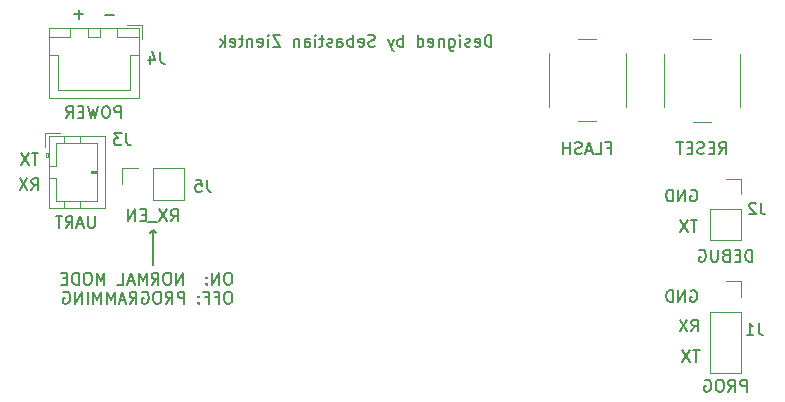
<source format=gbr>
%TF.GenerationSoftware,KiCad,Pcbnew,7.0.10*%
%TF.CreationDate,2024-04-03T10:39:24+02:00*%
%TF.ProjectId,Humi,48756d69-2e6b-4696-9361-645f70636258,rev?*%
%TF.SameCoordinates,Original*%
%TF.FileFunction,Legend,Bot*%
%TF.FilePolarity,Positive*%
%FSLAX46Y46*%
G04 Gerber Fmt 4.6, Leading zero omitted, Abs format (unit mm)*
G04 Created by KiCad (PCBNEW 7.0.10) date 2024-04-03 10:39:24*
%MOMM*%
%LPD*%
G01*
G04 APERTURE LIST*
%ADD10C,0.150000*%
%ADD11C,0.120000*%
G04 APERTURE END LIST*
D10*
X155163220Y-78619819D02*
X155163220Y-77619819D01*
X155163220Y-77619819D02*
X154925125Y-77619819D01*
X154925125Y-77619819D02*
X154782268Y-77667438D01*
X154782268Y-77667438D02*
X154687030Y-77762676D01*
X154687030Y-77762676D02*
X154639411Y-77857914D01*
X154639411Y-77857914D02*
X154591792Y-78048390D01*
X154591792Y-78048390D02*
X154591792Y-78191247D01*
X154591792Y-78191247D02*
X154639411Y-78381723D01*
X154639411Y-78381723D02*
X154687030Y-78476961D01*
X154687030Y-78476961D02*
X154782268Y-78572200D01*
X154782268Y-78572200D02*
X154925125Y-78619819D01*
X154925125Y-78619819D02*
X155163220Y-78619819D01*
X153782268Y-78572200D02*
X153877506Y-78619819D01*
X153877506Y-78619819D02*
X154067982Y-78619819D01*
X154067982Y-78619819D02*
X154163220Y-78572200D01*
X154163220Y-78572200D02*
X154210839Y-78476961D01*
X154210839Y-78476961D02*
X154210839Y-78096009D01*
X154210839Y-78096009D02*
X154163220Y-78000771D01*
X154163220Y-78000771D02*
X154067982Y-77953152D01*
X154067982Y-77953152D02*
X153877506Y-77953152D01*
X153877506Y-77953152D02*
X153782268Y-78000771D01*
X153782268Y-78000771D02*
X153734649Y-78096009D01*
X153734649Y-78096009D02*
X153734649Y-78191247D01*
X153734649Y-78191247D02*
X154210839Y-78286485D01*
X153353696Y-78572200D02*
X153258458Y-78619819D01*
X153258458Y-78619819D02*
X153067982Y-78619819D01*
X153067982Y-78619819D02*
X152972744Y-78572200D01*
X152972744Y-78572200D02*
X152925125Y-78476961D01*
X152925125Y-78476961D02*
X152925125Y-78429342D01*
X152925125Y-78429342D02*
X152972744Y-78334104D01*
X152972744Y-78334104D02*
X153067982Y-78286485D01*
X153067982Y-78286485D02*
X153210839Y-78286485D01*
X153210839Y-78286485D02*
X153306077Y-78238866D01*
X153306077Y-78238866D02*
X153353696Y-78143628D01*
X153353696Y-78143628D02*
X153353696Y-78096009D01*
X153353696Y-78096009D02*
X153306077Y-78000771D01*
X153306077Y-78000771D02*
X153210839Y-77953152D01*
X153210839Y-77953152D02*
X153067982Y-77953152D01*
X153067982Y-77953152D02*
X152972744Y-78000771D01*
X152496553Y-78619819D02*
X152496553Y-77953152D01*
X152496553Y-77619819D02*
X152544172Y-77667438D01*
X152544172Y-77667438D02*
X152496553Y-77715057D01*
X152496553Y-77715057D02*
X152448934Y-77667438D01*
X152448934Y-77667438D02*
X152496553Y-77619819D01*
X152496553Y-77619819D02*
X152496553Y-77715057D01*
X151591792Y-77953152D02*
X151591792Y-78762676D01*
X151591792Y-78762676D02*
X151639411Y-78857914D01*
X151639411Y-78857914D02*
X151687030Y-78905533D01*
X151687030Y-78905533D02*
X151782268Y-78953152D01*
X151782268Y-78953152D02*
X151925125Y-78953152D01*
X151925125Y-78953152D02*
X152020363Y-78905533D01*
X151591792Y-78572200D02*
X151687030Y-78619819D01*
X151687030Y-78619819D02*
X151877506Y-78619819D01*
X151877506Y-78619819D02*
X151972744Y-78572200D01*
X151972744Y-78572200D02*
X152020363Y-78524580D01*
X152020363Y-78524580D02*
X152067982Y-78429342D01*
X152067982Y-78429342D02*
X152067982Y-78143628D01*
X152067982Y-78143628D02*
X152020363Y-78048390D01*
X152020363Y-78048390D02*
X151972744Y-78000771D01*
X151972744Y-78000771D02*
X151877506Y-77953152D01*
X151877506Y-77953152D02*
X151687030Y-77953152D01*
X151687030Y-77953152D02*
X151591792Y-78000771D01*
X151115601Y-77953152D02*
X151115601Y-78619819D01*
X151115601Y-78048390D02*
X151067982Y-78000771D01*
X151067982Y-78000771D02*
X150972744Y-77953152D01*
X150972744Y-77953152D02*
X150829887Y-77953152D01*
X150829887Y-77953152D02*
X150734649Y-78000771D01*
X150734649Y-78000771D02*
X150687030Y-78096009D01*
X150687030Y-78096009D02*
X150687030Y-78619819D01*
X149829887Y-78572200D02*
X149925125Y-78619819D01*
X149925125Y-78619819D02*
X150115601Y-78619819D01*
X150115601Y-78619819D02*
X150210839Y-78572200D01*
X150210839Y-78572200D02*
X150258458Y-78476961D01*
X150258458Y-78476961D02*
X150258458Y-78096009D01*
X150258458Y-78096009D02*
X150210839Y-78000771D01*
X150210839Y-78000771D02*
X150115601Y-77953152D01*
X150115601Y-77953152D02*
X149925125Y-77953152D01*
X149925125Y-77953152D02*
X149829887Y-78000771D01*
X149829887Y-78000771D02*
X149782268Y-78096009D01*
X149782268Y-78096009D02*
X149782268Y-78191247D01*
X149782268Y-78191247D02*
X150258458Y-78286485D01*
X148925125Y-78619819D02*
X148925125Y-77619819D01*
X148925125Y-78572200D02*
X149020363Y-78619819D01*
X149020363Y-78619819D02*
X149210839Y-78619819D01*
X149210839Y-78619819D02*
X149306077Y-78572200D01*
X149306077Y-78572200D02*
X149353696Y-78524580D01*
X149353696Y-78524580D02*
X149401315Y-78429342D01*
X149401315Y-78429342D02*
X149401315Y-78143628D01*
X149401315Y-78143628D02*
X149353696Y-78048390D01*
X149353696Y-78048390D02*
X149306077Y-78000771D01*
X149306077Y-78000771D02*
X149210839Y-77953152D01*
X149210839Y-77953152D02*
X149020363Y-77953152D01*
X149020363Y-77953152D02*
X148925125Y-78000771D01*
X147687029Y-78619819D02*
X147687029Y-77619819D01*
X147687029Y-78000771D02*
X147591791Y-77953152D01*
X147591791Y-77953152D02*
X147401315Y-77953152D01*
X147401315Y-77953152D02*
X147306077Y-78000771D01*
X147306077Y-78000771D02*
X147258458Y-78048390D01*
X147258458Y-78048390D02*
X147210839Y-78143628D01*
X147210839Y-78143628D02*
X147210839Y-78429342D01*
X147210839Y-78429342D02*
X147258458Y-78524580D01*
X147258458Y-78524580D02*
X147306077Y-78572200D01*
X147306077Y-78572200D02*
X147401315Y-78619819D01*
X147401315Y-78619819D02*
X147591791Y-78619819D01*
X147591791Y-78619819D02*
X147687029Y-78572200D01*
X146877505Y-77953152D02*
X146639410Y-78619819D01*
X146401315Y-77953152D02*
X146639410Y-78619819D01*
X146639410Y-78619819D02*
X146734648Y-78857914D01*
X146734648Y-78857914D02*
X146782267Y-78905533D01*
X146782267Y-78905533D02*
X146877505Y-78953152D01*
X145306076Y-78572200D02*
X145163219Y-78619819D01*
X145163219Y-78619819D02*
X144925124Y-78619819D01*
X144925124Y-78619819D02*
X144829886Y-78572200D01*
X144829886Y-78572200D02*
X144782267Y-78524580D01*
X144782267Y-78524580D02*
X144734648Y-78429342D01*
X144734648Y-78429342D02*
X144734648Y-78334104D01*
X144734648Y-78334104D02*
X144782267Y-78238866D01*
X144782267Y-78238866D02*
X144829886Y-78191247D01*
X144829886Y-78191247D02*
X144925124Y-78143628D01*
X144925124Y-78143628D02*
X145115600Y-78096009D01*
X145115600Y-78096009D02*
X145210838Y-78048390D01*
X145210838Y-78048390D02*
X145258457Y-78000771D01*
X145258457Y-78000771D02*
X145306076Y-77905533D01*
X145306076Y-77905533D02*
X145306076Y-77810295D01*
X145306076Y-77810295D02*
X145258457Y-77715057D01*
X145258457Y-77715057D02*
X145210838Y-77667438D01*
X145210838Y-77667438D02*
X145115600Y-77619819D01*
X145115600Y-77619819D02*
X144877505Y-77619819D01*
X144877505Y-77619819D02*
X144734648Y-77667438D01*
X143925124Y-78572200D02*
X144020362Y-78619819D01*
X144020362Y-78619819D02*
X144210838Y-78619819D01*
X144210838Y-78619819D02*
X144306076Y-78572200D01*
X144306076Y-78572200D02*
X144353695Y-78476961D01*
X144353695Y-78476961D02*
X144353695Y-78096009D01*
X144353695Y-78096009D02*
X144306076Y-78000771D01*
X144306076Y-78000771D02*
X144210838Y-77953152D01*
X144210838Y-77953152D02*
X144020362Y-77953152D01*
X144020362Y-77953152D02*
X143925124Y-78000771D01*
X143925124Y-78000771D02*
X143877505Y-78096009D01*
X143877505Y-78096009D02*
X143877505Y-78191247D01*
X143877505Y-78191247D02*
X144353695Y-78286485D01*
X143448933Y-78619819D02*
X143448933Y-77619819D01*
X143448933Y-78000771D02*
X143353695Y-77953152D01*
X143353695Y-77953152D02*
X143163219Y-77953152D01*
X143163219Y-77953152D02*
X143067981Y-78000771D01*
X143067981Y-78000771D02*
X143020362Y-78048390D01*
X143020362Y-78048390D02*
X142972743Y-78143628D01*
X142972743Y-78143628D02*
X142972743Y-78429342D01*
X142972743Y-78429342D02*
X143020362Y-78524580D01*
X143020362Y-78524580D02*
X143067981Y-78572200D01*
X143067981Y-78572200D02*
X143163219Y-78619819D01*
X143163219Y-78619819D02*
X143353695Y-78619819D01*
X143353695Y-78619819D02*
X143448933Y-78572200D01*
X142115600Y-78619819D02*
X142115600Y-78096009D01*
X142115600Y-78096009D02*
X142163219Y-78000771D01*
X142163219Y-78000771D02*
X142258457Y-77953152D01*
X142258457Y-77953152D02*
X142448933Y-77953152D01*
X142448933Y-77953152D02*
X142544171Y-78000771D01*
X142115600Y-78572200D02*
X142210838Y-78619819D01*
X142210838Y-78619819D02*
X142448933Y-78619819D01*
X142448933Y-78619819D02*
X142544171Y-78572200D01*
X142544171Y-78572200D02*
X142591790Y-78476961D01*
X142591790Y-78476961D02*
X142591790Y-78381723D01*
X142591790Y-78381723D02*
X142544171Y-78286485D01*
X142544171Y-78286485D02*
X142448933Y-78238866D01*
X142448933Y-78238866D02*
X142210838Y-78238866D01*
X142210838Y-78238866D02*
X142115600Y-78191247D01*
X141687028Y-78572200D02*
X141591790Y-78619819D01*
X141591790Y-78619819D02*
X141401314Y-78619819D01*
X141401314Y-78619819D02*
X141306076Y-78572200D01*
X141306076Y-78572200D02*
X141258457Y-78476961D01*
X141258457Y-78476961D02*
X141258457Y-78429342D01*
X141258457Y-78429342D02*
X141306076Y-78334104D01*
X141306076Y-78334104D02*
X141401314Y-78286485D01*
X141401314Y-78286485D02*
X141544171Y-78286485D01*
X141544171Y-78286485D02*
X141639409Y-78238866D01*
X141639409Y-78238866D02*
X141687028Y-78143628D01*
X141687028Y-78143628D02*
X141687028Y-78096009D01*
X141687028Y-78096009D02*
X141639409Y-78000771D01*
X141639409Y-78000771D02*
X141544171Y-77953152D01*
X141544171Y-77953152D02*
X141401314Y-77953152D01*
X141401314Y-77953152D02*
X141306076Y-78000771D01*
X140972742Y-77953152D02*
X140591790Y-77953152D01*
X140829885Y-77619819D02*
X140829885Y-78476961D01*
X140829885Y-78476961D02*
X140782266Y-78572200D01*
X140782266Y-78572200D02*
X140687028Y-78619819D01*
X140687028Y-78619819D02*
X140591790Y-78619819D01*
X140258456Y-78619819D02*
X140258456Y-77953152D01*
X140258456Y-77619819D02*
X140306075Y-77667438D01*
X140306075Y-77667438D02*
X140258456Y-77715057D01*
X140258456Y-77715057D02*
X140210837Y-77667438D01*
X140210837Y-77667438D02*
X140258456Y-77619819D01*
X140258456Y-77619819D02*
X140258456Y-77715057D01*
X139353695Y-78619819D02*
X139353695Y-78096009D01*
X139353695Y-78096009D02*
X139401314Y-78000771D01*
X139401314Y-78000771D02*
X139496552Y-77953152D01*
X139496552Y-77953152D02*
X139687028Y-77953152D01*
X139687028Y-77953152D02*
X139782266Y-78000771D01*
X139353695Y-78572200D02*
X139448933Y-78619819D01*
X139448933Y-78619819D02*
X139687028Y-78619819D01*
X139687028Y-78619819D02*
X139782266Y-78572200D01*
X139782266Y-78572200D02*
X139829885Y-78476961D01*
X139829885Y-78476961D02*
X139829885Y-78381723D01*
X139829885Y-78381723D02*
X139782266Y-78286485D01*
X139782266Y-78286485D02*
X139687028Y-78238866D01*
X139687028Y-78238866D02*
X139448933Y-78238866D01*
X139448933Y-78238866D02*
X139353695Y-78191247D01*
X138877504Y-77953152D02*
X138877504Y-78619819D01*
X138877504Y-78048390D02*
X138829885Y-78000771D01*
X138829885Y-78000771D02*
X138734647Y-77953152D01*
X138734647Y-77953152D02*
X138591790Y-77953152D01*
X138591790Y-77953152D02*
X138496552Y-78000771D01*
X138496552Y-78000771D02*
X138448933Y-78096009D01*
X138448933Y-78096009D02*
X138448933Y-78619819D01*
X137306075Y-77619819D02*
X136639409Y-77619819D01*
X136639409Y-77619819D02*
X137306075Y-78619819D01*
X137306075Y-78619819D02*
X136639409Y-78619819D01*
X136258456Y-78619819D02*
X136258456Y-77953152D01*
X136258456Y-77619819D02*
X136306075Y-77667438D01*
X136306075Y-77667438D02*
X136258456Y-77715057D01*
X136258456Y-77715057D02*
X136210837Y-77667438D01*
X136210837Y-77667438D02*
X136258456Y-77619819D01*
X136258456Y-77619819D02*
X136258456Y-77715057D01*
X135401314Y-78572200D02*
X135496552Y-78619819D01*
X135496552Y-78619819D02*
X135687028Y-78619819D01*
X135687028Y-78619819D02*
X135782266Y-78572200D01*
X135782266Y-78572200D02*
X135829885Y-78476961D01*
X135829885Y-78476961D02*
X135829885Y-78096009D01*
X135829885Y-78096009D02*
X135782266Y-78000771D01*
X135782266Y-78000771D02*
X135687028Y-77953152D01*
X135687028Y-77953152D02*
X135496552Y-77953152D01*
X135496552Y-77953152D02*
X135401314Y-78000771D01*
X135401314Y-78000771D02*
X135353695Y-78096009D01*
X135353695Y-78096009D02*
X135353695Y-78191247D01*
X135353695Y-78191247D02*
X135829885Y-78286485D01*
X134925123Y-77953152D02*
X134925123Y-78619819D01*
X134925123Y-78048390D02*
X134877504Y-78000771D01*
X134877504Y-78000771D02*
X134782266Y-77953152D01*
X134782266Y-77953152D02*
X134639409Y-77953152D01*
X134639409Y-77953152D02*
X134544171Y-78000771D01*
X134544171Y-78000771D02*
X134496552Y-78096009D01*
X134496552Y-78096009D02*
X134496552Y-78619819D01*
X134163218Y-77953152D02*
X133782266Y-77953152D01*
X134020361Y-77619819D02*
X134020361Y-78476961D01*
X134020361Y-78476961D02*
X133972742Y-78572200D01*
X133972742Y-78572200D02*
X133877504Y-78619819D01*
X133877504Y-78619819D02*
X133782266Y-78619819D01*
X133067980Y-78572200D02*
X133163218Y-78619819D01*
X133163218Y-78619819D02*
X133353694Y-78619819D01*
X133353694Y-78619819D02*
X133448932Y-78572200D01*
X133448932Y-78572200D02*
X133496551Y-78476961D01*
X133496551Y-78476961D02*
X133496551Y-78096009D01*
X133496551Y-78096009D02*
X133448932Y-78000771D01*
X133448932Y-78000771D02*
X133353694Y-77953152D01*
X133353694Y-77953152D02*
X133163218Y-77953152D01*
X133163218Y-77953152D02*
X133067980Y-78000771D01*
X133067980Y-78000771D02*
X133020361Y-78096009D01*
X133020361Y-78096009D02*
X133020361Y-78191247D01*
X133020361Y-78191247D02*
X133496551Y-78286485D01*
X132591789Y-78619819D02*
X132591789Y-77619819D01*
X132496551Y-78238866D02*
X132210837Y-78619819D01*
X132210837Y-77953152D02*
X132591789Y-78334104D01*
X126250000Y-94400000D02*
X126500000Y-94150000D01*
X126500000Y-94150000D02*
X126500000Y-97100000D01*
X126750000Y-94400000D02*
X126500000Y-94150000D01*
X172091792Y-102724819D02*
X172425125Y-102248628D01*
X172663220Y-102724819D02*
X172663220Y-101724819D01*
X172663220Y-101724819D02*
X172282268Y-101724819D01*
X172282268Y-101724819D02*
X172187030Y-101772438D01*
X172187030Y-101772438D02*
X172139411Y-101820057D01*
X172139411Y-101820057D02*
X172091792Y-101915295D01*
X172091792Y-101915295D02*
X172091792Y-102058152D01*
X172091792Y-102058152D02*
X172139411Y-102153390D01*
X172139411Y-102153390D02*
X172187030Y-102201009D01*
X172187030Y-102201009D02*
X172282268Y-102248628D01*
X172282268Y-102248628D02*
X172663220Y-102248628D01*
X171758458Y-101724819D02*
X171091792Y-102724819D01*
X171091792Y-101724819D02*
X171758458Y-102724819D01*
X172806077Y-104324819D02*
X172234649Y-104324819D01*
X172520363Y-105324819D02*
X172520363Y-104324819D01*
X171996553Y-104324819D02*
X171329887Y-105324819D01*
X171329887Y-104324819D02*
X171996553Y-105324819D01*
X122436779Y-75911133D02*
X123198684Y-75911133D01*
X172039411Y-99272438D02*
X172134649Y-99224819D01*
X172134649Y-99224819D02*
X172277506Y-99224819D01*
X172277506Y-99224819D02*
X172420363Y-99272438D01*
X172420363Y-99272438D02*
X172515601Y-99367676D01*
X172515601Y-99367676D02*
X172563220Y-99462914D01*
X172563220Y-99462914D02*
X172610839Y-99653390D01*
X172610839Y-99653390D02*
X172610839Y-99796247D01*
X172610839Y-99796247D02*
X172563220Y-99986723D01*
X172563220Y-99986723D02*
X172515601Y-100081961D01*
X172515601Y-100081961D02*
X172420363Y-100177200D01*
X172420363Y-100177200D02*
X172277506Y-100224819D01*
X172277506Y-100224819D02*
X172182268Y-100224819D01*
X172182268Y-100224819D02*
X172039411Y-100177200D01*
X172039411Y-100177200D02*
X171991792Y-100129580D01*
X171991792Y-100129580D02*
X171991792Y-99796247D01*
X171991792Y-99796247D02*
X172182268Y-99796247D01*
X171563220Y-100224819D02*
X171563220Y-99224819D01*
X171563220Y-99224819D02*
X170991792Y-100224819D01*
X170991792Y-100224819D02*
X170991792Y-99224819D01*
X170515601Y-100224819D02*
X170515601Y-99224819D01*
X170515601Y-99224819D02*
X170277506Y-99224819D01*
X170277506Y-99224819D02*
X170134649Y-99272438D01*
X170134649Y-99272438D02*
X170039411Y-99367676D01*
X170039411Y-99367676D02*
X169991792Y-99462914D01*
X169991792Y-99462914D02*
X169944173Y-99653390D01*
X169944173Y-99653390D02*
X169944173Y-99796247D01*
X169944173Y-99796247D02*
X169991792Y-99986723D01*
X169991792Y-99986723D02*
X170039411Y-100081961D01*
X170039411Y-100081961D02*
X170134649Y-100177200D01*
X170134649Y-100177200D02*
X170277506Y-100224819D01*
X170277506Y-100224819D02*
X170515601Y-100224819D01*
X172039411Y-90772438D02*
X172134649Y-90724819D01*
X172134649Y-90724819D02*
X172277506Y-90724819D01*
X172277506Y-90724819D02*
X172420363Y-90772438D01*
X172420363Y-90772438D02*
X172515601Y-90867676D01*
X172515601Y-90867676D02*
X172563220Y-90962914D01*
X172563220Y-90962914D02*
X172610839Y-91153390D01*
X172610839Y-91153390D02*
X172610839Y-91296247D01*
X172610839Y-91296247D02*
X172563220Y-91486723D01*
X172563220Y-91486723D02*
X172515601Y-91581961D01*
X172515601Y-91581961D02*
X172420363Y-91677200D01*
X172420363Y-91677200D02*
X172277506Y-91724819D01*
X172277506Y-91724819D02*
X172182268Y-91724819D01*
X172182268Y-91724819D02*
X172039411Y-91677200D01*
X172039411Y-91677200D02*
X171991792Y-91629580D01*
X171991792Y-91629580D02*
X171991792Y-91296247D01*
X171991792Y-91296247D02*
X172182268Y-91296247D01*
X171563220Y-91724819D02*
X171563220Y-90724819D01*
X171563220Y-90724819D02*
X170991792Y-91724819D01*
X170991792Y-91724819D02*
X170991792Y-90724819D01*
X170515601Y-91724819D02*
X170515601Y-90724819D01*
X170515601Y-90724819D02*
X170277506Y-90724819D01*
X170277506Y-90724819D02*
X170134649Y-90772438D01*
X170134649Y-90772438D02*
X170039411Y-90867676D01*
X170039411Y-90867676D02*
X169991792Y-90962914D01*
X169991792Y-90962914D02*
X169944173Y-91153390D01*
X169944173Y-91153390D02*
X169944173Y-91296247D01*
X169944173Y-91296247D02*
X169991792Y-91486723D01*
X169991792Y-91486723D02*
X170039411Y-91581961D01*
X170039411Y-91581961D02*
X170134649Y-91677200D01*
X170134649Y-91677200D02*
X170277506Y-91724819D01*
X170277506Y-91724819D02*
X170515601Y-91724819D01*
X120211133Y-76263220D02*
X120211133Y-75501316D01*
X119830180Y-75882268D02*
X120592085Y-75882268D01*
X116806077Y-87619819D02*
X116234649Y-87619819D01*
X116520363Y-88619819D02*
X116520363Y-87619819D01*
X115996553Y-87619819D02*
X115329887Y-88619819D01*
X115329887Y-87619819D02*
X115996553Y-88619819D01*
X172606077Y-93324819D02*
X172034649Y-93324819D01*
X172320363Y-94324819D02*
X172320363Y-93324819D01*
X171796553Y-93324819D02*
X171129887Y-94324819D01*
X171129887Y-93324819D02*
X171796553Y-94324819D01*
X116216792Y-90769819D02*
X116550125Y-90293628D01*
X116788220Y-90769819D02*
X116788220Y-89769819D01*
X116788220Y-89769819D02*
X116407268Y-89769819D01*
X116407268Y-89769819D02*
X116312030Y-89817438D01*
X116312030Y-89817438D02*
X116264411Y-89865057D01*
X116264411Y-89865057D02*
X116216792Y-89960295D01*
X116216792Y-89960295D02*
X116216792Y-90103152D01*
X116216792Y-90103152D02*
X116264411Y-90198390D01*
X116264411Y-90198390D02*
X116312030Y-90246009D01*
X116312030Y-90246009D02*
X116407268Y-90293628D01*
X116407268Y-90293628D02*
X116788220Y-90293628D01*
X115883458Y-89769819D02*
X115216792Y-90769819D01*
X115216792Y-89769819D02*
X115883458Y-90769819D01*
X132972744Y-97759819D02*
X132782268Y-97759819D01*
X132782268Y-97759819D02*
X132687030Y-97807438D01*
X132687030Y-97807438D02*
X132591792Y-97902676D01*
X132591792Y-97902676D02*
X132544173Y-98093152D01*
X132544173Y-98093152D02*
X132544173Y-98426485D01*
X132544173Y-98426485D02*
X132591792Y-98616961D01*
X132591792Y-98616961D02*
X132687030Y-98712200D01*
X132687030Y-98712200D02*
X132782268Y-98759819D01*
X132782268Y-98759819D02*
X132972744Y-98759819D01*
X132972744Y-98759819D02*
X133067982Y-98712200D01*
X133067982Y-98712200D02*
X133163220Y-98616961D01*
X133163220Y-98616961D02*
X133210839Y-98426485D01*
X133210839Y-98426485D02*
X133210839Y-98093152D01*
X133210839Y-98093152D02*
X133163220Y-97902676D01*
X133163220Y-97902676D02*
X133067982Y-97807438D01*
X133067982Y-97807438D02*
X132972744Y-97759819D01*
X132115601Y-98759819D02*
X132115601Y-97759819D01*
X132115601Y-97759819D02*
X131544173Y-98759819D01*
X131544173Y-98759819D02*
X131544173Y-97759819D01*
X131067982Y-98664580D02*
X131020363Y-98712200D01*
X131020363Y-98712200D02*
X131067982Y-98759819D01*
X131067982Y-98759819D02*
X131115601Y-98712200D01*
X131115601Y-98712200D02*
X131067982Y-98664580D01*
X131067982Y-98664580D02*
X131067982Y-98759819D01*
X131067982Y-98140771D02*
X131020363Y-98188390D01*
X131020363Y-98188390D02*
X131067982Y-98236009D01*
X131067982Y-98236009D02*
X131115601Y-98188390D01*
X131115601Y-98188390D02*
X131067982Y-98140771D01*
X131067982Y-98140771D02*
X131067982Y-98236009D01*
X129067982Y-98759819D02*
X129067982Y-97759819D01*
X129067982Y-97759819D02*
X128496554Y-98759819D01*
X128496554Y-98759819D02*
X128496554Y-97759819D01*
X127829887Y-97759819D02*
X127639411Y-97759819D01*
X127639411Y-97759819D02*
X127544173Y-97807438D01*
X127544173Y-97807438D02*
X127448935Y-97902676D01*
X127448935Y-97902676D02*
X127401316Y-98093152D01*
X127401316Y-98093152D02*
X127401316Y-98426485D01*
X127401316Y-98426485D02*
X127448935Y-98616961D01*
X127448935Y-98616961D02*
X127544173Y-98712200D01*
X127544173Y-98712200D02*
X127639411Y-98759819D01*
X127639411Y-98759819D02*
X127829887Y-98759819D01*
X127829887Y-98759819D02*
X127925125Y-98712200D01*
X127925125Y-98712200D02*
X128020363Y-98616961D01*
X128020363Y-98616961D02*
X128067982Y-98426485D01*
X128067982Y-98426485D02*
X128067982Y-98093152D01*
X128067982Y-98093152D02*
X128020363Y-97902676D01*
X128020363Y-97902676D02*
X127925125Y-97807438D01*
X127925125Y-97807438D02*
X127829887Y-97759819D01*
X126401316Y-98759819D02*
X126734649Y-98283628D01*
X126972744Y-98759819D02*
X126972744Y-97759819D01*
X126972744Y-97759819D02*
X126591792Y-97759819D01*
X126591792Y-97759819D02*
X126496554Y-97807438D01*
X126496554Y-97807438D02*
X126448935Y-97855057D01*
X126448935Y-97855057D02*
X126401316Y-97950295D01*
X126401316Y-97950295D02*
X126401316Y-98093152D01*
X126401316Y-98093152D02*
X126448935Y-98188390D01*
X126448935Y-98188390D02*
X126496554Y-98236009D01*
X126496554Y-98236009D02*
X126591792Y-98283628D01*
X126591792Y-98283628D02*
X126972744Y-98283628D01*
X125972744Y-98759819D02*
X125972744Y-97759819D01*
X125972744Y-97759819D02*
X125639411Y-98474104D01*
X125639411Y-98474104D02*
X125306078Y-97759819D01*
X125306078Y-97759819D02*
X125306078Y-98759819D01*
X124877506Y-98474104D02*
X124401316Y-98474104D01*
X124972744Y-98759819D02*
X124639411Y-97759819D01*
X124639411Y-97759819D02*
X124306078Y-98759819D01*
X123496554Y-98759819D02*
X123972744Y-98759819D01*
X123972744Y-98759819D02*
X123972744Y-97759819D01*
X122401315Y-98759819D02*
X122401315Y-97759819D01*
X122401315Y-97759819D02*
X122067982Y-98474104D01*
X122067982Y-98474104D02*
X121734649Y-97759819D01*
X121734649Y-97759819D02*
X121734649Y-98759819D01*
X121067982Y-97759819D02*
X120877506Y-97759819D01*
X120877506Y-97759819D02*
X120782268Y-97807438D01*
X120782268Y-97807438D02*
X120687030Y-97902676D01*
X120687030Y-97902676D02*
X120639411Y-98093152D01*
X120639411Y-98093152D02*
X120639411Y-98426485D01*
X120639411Y-98426485D02*
X120687030Y-98616961D01*
X120687030Y-98616961D02*
X120782268Y-98712200D01*
X120782268Y-98712200D02*
X120877506Y-98759819D01*
X120877506Y-98759819D02*
X121067982Y-98759819D01*
X121067982Y-98759819D02*
X121163220Y-98712200D01*
X121163220Y-98712200D02*
X121258458Y-98616961D01*
X121258458Y-98616961D02*
X121306077Y-98426485D01*
X121306077Y-98426485D02*
X121306077Y-98093152D01*
X121306077Y-98093152D02*
X121258458Y-97902676D01*
X121258458Y-97902676D02*
X121163220Y-97807438D01*
X121163220Y-97807438D02*
X121067982Y-97759819D01*
X120210839Y-98759819D02*
X120210839Y-97759819D01*
X120210839Y-97759819D02*
X119972744Y-97759819D01*
X119972744Y-97759819D02*
X119829887Y-97807438D01*
X119829887Y-97807438D02*
X119734649Y-97902676D01*
X119734649Y-97902676D02*
X119687030Y-97997914D01*
X119687030Y-97997914D02*
X119639411Y-98188390D01*
X119639411Y-98188390D02*
X119639411Y-98331247D01*
X119639411Y-98331247D02*
X119687030Y-98521723D01*
X119687030Y-98521723D02*
X119734649Y-98616961D01*
X119734649Y-98616961D02*
X119829887Y-98712200D01*
X119829887Y-98712200D02*
X119972744Y-98759819D01*
X119972744Y-98759819D02*
X120210839Y-98759819D01*
X119210839Y-98236009D02*
X118877506Y-98236009D01*
X118734649Y-98759819D02*
X119210839Y-98759819D01*
X119210839Y-98759819D02*
X119210839Y-97759819D01*
X119210839Y-97759819D02*
X118734649Y-97759819D01*
X132972744Y-99369819D02*
X132782268Y-99369819D01*
X132782268Y-99369819D02*
X132687030Y-99417438D01*
X132687030Y-99417438D02*
X132591792Y-99512676D01*
X132591792Y-99512676D02*
X132544173Y-99703152D01*
X132544173Y-99703152D02*
X132544173Y-100036485D01*
X132544173Y-100036485D02*
X132591792Y-100226961D01*
X132591792Y-100226961D02*
X132687030Y-100322200D01*
X132687030Y-100322200D02*
X132782268Y-100369819D01*
X132782268Y-100369819D02*
X132972744Y-100369819D01*
X132972744Y-100369819D02*
X133067982Y-100322200D01*
X133067982Y-100322200D02*
X133163220Y-100226961D01*
X133163220Y-100226961D02*
X133210839Y-100036485D01*
X133210839Y-100036485D02*
X133210839Y-99703152D01*
X133210839Y-99703152D02*
X133163220Y-99512676D01*
X133163220Y-99512676D02*
X133067982Y-99417438D01*
X133067982Y-99417438D02*
X132972744Y-99369819D01*
X131782268Y-99846009D02*
X132115601Y-99846009D01*
X132115601Y-100369819D02*
X132115601Y-99369819D01*
X132115601Y-99369819D02*
X131639411Y-99369819D01*
X130925125Y-99846009D02*
X131258458Y-99846009D01*
X131258458Y-100369819D02*
X131258458Y-99369819D01*
X131258458Y-99369819D02*
X130782268Y-99369819D01*
X130401315Y-100274580D02*
X130353696Y-100322200D01*
X130353696Y-100322200D02*
X130401315Y-100369819D01*
X130401315Y-100369819D02*
X130448934Y-100322200D01*
X130448934Y-100322200D02*
X130401315Y-100274580D01*
X130401315Y-100274580D02*
X130401315Y-100369819D01*
X130401315Y-99750771D02*
X130353696Y-99798390D01*
X130353696Y-99798390D02*
X130401315Y-99846009D01*
X130401315Y-99846009D02*
X130448934Y-99798390D01*
X130448934Y-99798390D02*
X130401315Y-99750771D01*
X130401315Y-99750771D02*
X130401315Y-99846009D01*
X129163220Y-100369819D02*
X129163220Y-99369819D01*
X129163220Y-99369819D02*
X128782268Y-99369819D01*
X128782268Y-99369819D02*
X128687030Y-99417438D01*
X128687030Y-99417438D02*
X128639411Y-99465057D01*
X128639411Y-99465057D02*
X128591792Y-99560295D01*
X128591792Y-99560295D02*
X128591792Y-99703152D01*
X128591792Y-99703152D02*
X128639411Y-99798390D01*
X128639411Y-99798390D02*
X128687030Y-99846009D01*
X128687030Y-99846009D02*
X128782268Y-99893628D01*
X128782268Y-99893628D02*
X129163220Y-99893628D01*
X127591792Y-100369819D02*
X127925125Y-99893628D01*
X128163220Y-100369819D02*
X128163220Y-99369819D01*
X128163220Y-99369819D02*
X127782268Y-99369819D01*
X127782268Y-99369819D02*
X127687030Y-99417438D01*
X127687030Y-99417438D02*
X127639411Y-99465057D01*
X127639411Y-99465057D02*
X127591792Y-99560295D01*
X127591792Y-99560295D02*
X127591792Y-99703152D01*
X127591792Y-99703152D02*
X127639411Y-99798390D01*
X127639411Y-99798390D02*
X127687030Y-99846009D01*
X127687030Y-99846009D02*
X127782268Y-99893628D01*
X127782268Y-99893628D02*
X128163220Y-99893628D01*
X126972744Y-99369819D02*
X126782268Y-99369819D01*
X126782268Y-99369819D02*
X126687030Y-99417438D01*
X126687030Y-99417438D02*
X126591792Y-99512676D01*
X126591792Y-99512676D02*
X126544173Y-99703152D01*
X126544173Y-99703152D02*
X126544173Y-100036485D01*
X126544173Y-100036485D02*
X126591792Y-100226961D01*
X126591792Y-100226961D02*
X126687030Y-100322200D01*
X126687030Y-100322200D02*
X126782268Y-100369819D01*
X126782268Y-100369819D02*
X126972744Y-100369819D01*
X126972744Y-100369819D02*
X127067982Y-100322200D01*
X127067982Y-100322200D02*
X127163220Y-100226961D01*
X127163220Y-100226961D02*
X127210839Y-100036485D01*
X127210839Y-100036485D02*
X127210839Y-99703152D01*
X127210839Y-99703152D02*
X127163220Y-99512676D01*
X127163220Y-99512676D02*
X127067982Y-99417438D01*
X127067982Y-99417438D02*
X126972744Y-99369819D01*
X125591792Y-99417438D02*
X125687030Y-99369819D01*
X125687030Y-99369819D02*
X125829887Y-99369819D01*
X125829887Y-99369819D02*
X125972744Y-99417438D01*
X125972744Y-99417438D02*
X126067982Y-99512676D01*
X126067982Y-99512676D02*
X126115601Y-99607914D01*
X126115601Y-99607914D02*
X126163220Y-99798390D01*
X126163220Y-99798390D02*
X126163220Y-99941247D01*
X126163220Y-99941247D02*
X126115601Y-100131723D01*
X126115601Y-100131723D02*
X126067982Y-100226961D01*
X126067982Y-100226961D02*
X125972744Y-100322200D01*
X125972744Y-100322200D02*
X125829887Y-100369819D01*
X125829887Y-100369819D02*
X125734649Y-100369819D01*
X125734649Y-100369819D02*
X125591792Y-100322200D01*
X125591792Y-100322200D02*
X125544173Y-100274580D01*
X125544173Y-100274580D02*
X125544173Y-99941247D01*
X125544173Y-99941247D02*
X125734649Y-99941247D01*
X124544173Y-100369819D02*
X124877506Y-99893628D01*
X125115601Y-100369819D02*
X125115601Y-99369819D01*
X125115601Y-99369819D02*
X124734649Y-99369819D01*
X124734649Y-99369819D02*
X124639411Y-99417438D01*
X124639411Y-99417438D02*
X124591792Y-99465057D01*
X124591792Y-99465057D02*
X124544173Y-99560295D01*
X124544173Y-99560295D02*
X124544173Y-99703152D01*
X124544173Y-99703152D02*
X124591792Y-99798390D01*
X124591792Y-99798390D02*
X124639411Y-99846009D01*
X124639411Y-99846009D02*
X124734649Y-99893628D01*
X124734649Y-99893628D02*
X125115601Y-99893628D01*
X124163220Y-100084104D02*
X123687030Y-100084104D01*
X124258458Y-100369819D02*
X123925125Y-99369819D01*
X123925125Y-99369819D02*
X123591792Y-100369819D01*
X123258458Y-100369819D02*
X123258458Y-99369819D01*
X123258458Y-99369819D02*
X122925125Y-100084104D01*
X122925125Y-100084104D02*
X122591792Y-99369819D01*
X122591792Y-99369819D02*
X122591792Y-100369819D01*
X122115601Y-100369819D02*
X122115601Y-99369819D01*
X122115601Y-99369819D02*
X121782268Y-100084104D01*
X121782268Y-100084104D02*
X121448935Y-99369819D01*
X121448935Y-99369819D02*
X121448935Y-100369819D01*
X120972744Y-100369819D02*
X120972744Y-99369819D01*
X120496554Y-100369819D02*
X120496554Y-99369819D01*
X120496554Y-99369819D02*
X119925126Y-100369819D01*
X119925126Y-100369819D02*
X119925126Y-99369819D01*
X118925126Y-99417438D02*
X119020364Y-99369819D01*
X119020364Y-99369819D02*
X119163221Y-99369819D01*
X119163221Y-99369819D02*
X119306078Y-99417438D01*
X119306078Y-99417438D02*
X119401316Y-99512676D01*
X119401316Y-99512676D02*
X119448935Y-99607914D01*
X119448935Y-99607914D02*
X119496554Y-99798390D01*
X119496554Y-99798390D02*
X119496554Y-99941247D01*
X119496554Y-99941247D02*
X119448935Y-100131723D01*
X119448935Y-100131723D02*
X119401316Y-100226961D01*
X119401316Y-100226961D02*
X119306078Y-100322200D01*
X119306078Y-100322200D02*
X119163221Y-100369819D01*
X119163221Y-100369819D02*
X119067983Y-100369819D01*
X119067983Y-100369819D02*
X118925126Y-100322200D01*
X118925126Y-100322200D02*
X118877507Y-100274580D01*
X118877507Y-100274580D02*
X118877507Y-99941247D01*
X118877507Y-99941247D02*
X119067983Y-99941247D01*
X177783333Y-102019819D02*
X177783333Y-102734104D01*
X177783333Y-102734104D02*
X177830952Y-102876961D01*
X177830952Y-102876961D02*
X177926190Y-102972200D01*
X177926190Y-102972200D02*
X178069047Y-103019819D01*
X178069047Y-103019819D02*
X178164285Y-103019819D01*
X176783333Y-103019819D02*
X177354761Y-103019819D01*
X177069047Y-103019819D02*
X177069047Y-102019819D01*
X177069047Y-102019819D02*
X177164285Y-102162676D01*
X177164285Y-102162676D02*
X177259523Y-102257914D01*
X177259523Y-102257914D02*
X177354761Y-102305533D01*
X176785713Y-107819819D02*
X176785713Y-106819819D01*
X176785713Y-106819819D02*
X176404761Y-106819819D01*
X176404761Y-106819819D02*
X176309523Y-106867438D01*
X176309523Y-106867438D02*
X176261904Y-106915057D01*
X176261904Y-106915057D02*
X176214285Y-107010295D01*
X176214285Y-107010295D02*
X176214285Y-107153152D01*
X176214285Y-107153152D02*
X176261904Y-107248390D01*
X176261904Y-107248390D02*
X176309523Y-107296009D01*
X176309523Y-107296009D02*
X176404761Y-107343628D01*
X176404761Y-107343628D02*
X176785713Y-107343628D01*
X175214285Y-107819819D02*
X175547618Y-107343628D01*
X175785713Y-107819819D02*
X175785713Y-106819819D01*
X175785713Y-106819819D02*
X175404761Y-106819819D01*
X175404761Y-106819819D02*
X175309523Y-106867438D01*
X175309523Y-106867438D02*
X175261904Y-106915057D01*
X175261904Y-106915057D02*
X175214285Y-107010295D01*
X175214285Y-107010295D02*
X175214285Y-107153152D01*
X175214285Y-107153152D02*
X175261904Y-107248390D01*
X175261904Y-107248390D02*
X175309523Y-107296009D01*
X175309523Y-107296009D02*
X175404761Y-107343628D01*
X175404761Y-107343628D02*
X175785713Y-107343628D01*
X174595237Y-106819819D02*
X174404761Y-106819819D01*
X174404761Y-106819819D02*
X174309523Y-106867438D01*
X174309523Y-106867438D02*
X174214285Y-106962676D01*
X174214285Y-106962676D02*
X174166666Y-107153152D01*
X174166666Y-107153152D02*
X174166666Y-107486485D01*
X174166666Y-107486485D02*
X174214285Y-107676961D01*
X174214285Y-107676961D02*
X174309523Y-107772200D01*
X174309523Y-107772200D02*
X174404761Y-107819819D01*
X174404761Y-107819819D02*
X174595237Y-107819819D01*
X174595237Y-107819819D02*
X174690475Y-107772200D01*
X174690475Y-107772200D02*
X174785713Y-107676961D01*
X174785713Y-107676961D02*
X174833332Y-107486485D01*
X174833332Y-107486485D02*
X174833332Y-107153152D01*
X174833332Y-107153152D02*
X174785713Y-106962676D01*
X174785713Y-106962676D02*
X174690475Y-106867438D01*
X174690475Y-106867438D02*
X174595237Y-106819819D01*
X173214285Y-106867438D02*
X173309523Y-106819819D01*
X173309523Y-106819819D02*
X173452380Y-106819819D01*
X173452380Y-106819819D02*
X173595237Y-106867438D01*
X173595237Y-106867438D02*
X173690475Y-106962676D01*
X173690475Y-106962676D02*
X173738094Y-107057914D01*
X173738094Y-107057914D02*
X173785713Y-107248390D01*
X173785713Y-107248390D02*
X173785713Y-107391247D01*
X173785713Y-107391247D02*
X173738094Y-107581723D01*
X173738094Y-107581723D02*
X173690475Y-107676961D01*
X173690475Y-107676961D02*
X173595237Y-107772200D01*
X173595237Y-107772200D02*
X173452380Y-107819819D01*
X173452380Y-107819819D02*
X173357142Y-107819819D01*
X173357142Y-107819819D02*
X173214285Y-107772200D01*
X173214285Y-107772200D02*
X173166666Y-107724580D01*
X173166666Y-107724580D02*
X173166666Y-107391247D01*
X173166666Y-107391247D02*
X173357142Y-107391247D01*
X164940476Y-87181009D02*
X165273809Y-87181009D01*
X165273809Y-87704819D02*
X165273809Y-86704819D01*
X165273809Y-86704819D02*
X164797619Y-86704819D01*
X163940476Y-87704819D02*
X164416666Y-87704819D01*
X164416666Y-87704819D02*
X164416666Y-86704819D01*
X163654761Y-87419104D02*
X163178571Y-87419104D01*
X163749999Y-87704819D02*
X163416666Y-86704819D01*
X163416666Y-86704819D02*
X163083333Y-87704819D01*
X162797618Y-87657200D02*
X162654761Y-87704819D01*
X162654761Y-87704819D02*
X162416666Y-87704819D01*
X162416666Y-87704819D02*
X162321428Y-87657200D01*
X162321428Y-87657200D02*
X162273809Y-87609580D01*
X162273809Y-87609580D02*
X162226190Y-87514342D01*
X162226190Y-87514342D02*
X162226190Y-87419104D01*
X162226190Y-87419104D02*
X162273809Y-87323866D01*
X162273809Y-87323866D02*
X162321428Y-87276247D01*
X162321428Y-87276247D02*
X162416666Y-87228628D01*
X162416666Y-87228628D02*
X162607142Y-87181009D01*
X162607142Y-87181009D02*
X162702380Y-87133390D01*
X162702380Y-87133390D02*
X162749999Y-87085771D01*
X162749999Y-87085771D02*
X162797618Y-86990533D01*
X162797618Y-86990533D02*
X162797618Y-86895295D01*
X162797618Y-86895295D02*
X162749999Y-86800057D01*
X162749999Y-86800057D02*
X162702380Y-86752438D01*
X162702380Y-86752438D02*
X162607142Y-86704819D01*
X162607142Y-86704819D02*
X162369047Y-86704819D01*
X162369047Y-86704819D02*
X162226190Y-86752438D01*
X161797618Y-87704819D02*
X161797618Y-86704819D01*
X161797618Y-87181009D02*
X161226190Y-87181009D01*
X161226190Y-87704819D02*
X161226190Y-86704819D01*
X124233333Y-85954819D02*
X124233333Y-86669104D01*
X124233333Y-86669104D02*
X124280952Y-86811961D01*
X124280952Y-86811961D02*
X124376190Y-86907200D01*
X124376190Y-86907200D02*
X124519047Y-86954819D01*
X124519047Y-86954819D02*
X124614285Y-86954819D01*
X123852380Y-85954819D02*
X123233333Y-85954819D01*
X123233333Y-85954819D02*
X123566666Y-86335771D01*
X123566666Y-86335771D02*
X123423809Y-86335771D01*
X123423809Y-86335771D02*
X123328571Y-86383390D01*
X123328571Y-86383390D02*
X123280952Y-86431009D01*
X123280952Y-86431009D02*
X123233333Y-86526247D01*
X123233333Y-86526247D02*
X123233333Y-86764342D01*
X123233333Y-86764342D02*
X123280952Y-86859580D01*
X123280952Y-86859580D02*
X123328571Y-86907200D01*
X123328571Y-86907200D02*
X123423809Y-86954819D01*
X123423809Y-86954819D02*
X123709523Y-86954819D01*
X123709523Y-86954819D02*
X123804761Y-86907200D01*
X123804761Y-86907200D02*
X123852380Y-86859580D01*
X121595237Y-92954819D02*
X121595237Y-93764342D01*
X121595237Y-93764342D02*
X121547618Y-93859580D01*
X121547618Y-93859580D02*
X121499999Y-93907200D01*
X121499999Y-93907200D02*
X121404761Y-93954819D01*
X121404761Y-93954819D02*
X121214285Y-93954819D01*
X121214285Y-93954819D02*
X121119047Y-93907200D01*
X121119047Y-93907200D02*
X121071428Y-93859580D01*
X121071428Y-93859580D02*
X121023809Y-93764342D01*
X121023809Y-93764342D02*
X121023809Y-92954819D01*
X120595237Y-93669104D02*
X120119047Y-93669104D01*
X120690475Y-93954819D02*
X120357142Y-92954819D01*
X120357142Y-92954819D02*
X120023809Y-93954819D01*
X119119047Y-93954819D02*
X119452380Y-93478628D01*
X119690475Y-93954819D02*
X119690475Y-92954819D01*
X119690475Y-92954819D02*
X119309523Y-92954819D01*
X119309523Y-92954819D02*
X119214285Y-93002438D01*
X119214285Y-93002438D02*
X119166666Y-93050057D01*
X119166666Y-93050057D02*
X119119047Y-93145295D01*
X119119047Y-93145295D02*
X119119047Y-93288152D01*
X119119047Y-93288152D02*
X119166666Y-93383390D01*
X119166666Y-93383390D02*
X119214285Y-93431009D01*
X119214285Y-93431009D02*
X119309523Y-93478628D01*
X119309523Y-93478628D02*
X119690475Y-93478628D01*
X118833332Y-92954819D02*
X118261904Y-92954819D01*
X118547618Y-93954819D02*
X118547618Y-92954819D01*
X131083333Y-89904819D02*
X131083333Y-90619104D01*
X131083333Y-90619104D02*
X131130952Y-90761961D01*
X131130952Y-90761961D02*
X131226190Y-90857200D01*
X131226190Y-90857200D02*
X131369047Y-90904819D01*
X131369047Y-90904819D02*
X131464285Y-90904819D01*
X130130952Y-89904819D02*
X130607142Y-89904819D01*
X130607142Y-89904819D02*
X130654761Y-90381009D01*
X130654761Y-90381009D02*
X130607142Y-90333390D01*
X130607142Y-90333390D02*
X130511904Y-90285771D01*
X130511904Y-90285771D02*
X130273809Y-90285771D01*
X130273809Y-90285771D02*
X130178571Y-90333390D01*
X130178571Y-90333390D02*
X130130952Y-90381009D01*
X130130952Y-90381009D02*
X130083333Y-90476247D01*
X130083333Y-90476247D02*
X130083333Y-90714342D01*
X130083333Y-90714342D02*
X130130952Y-90809580D01*
X130130952Y-90809580D02*
X130178571Y-90857200D01*
X130178571Y-90857200D02*
X130273809Y-90904819D01*
X130273809Y-90904819D02*
X130511904Y-90904819D01*
X130511904Y-90904819D02*
X130607142Y-90857200D01*
X130607142Y-90857200D02*
X130654761Y-90809580D01*
X128023809Y-93404819D02*
X128357142Y-92928628D01*
X128595237Y-93404819D02*
X128595237Y-92404819D01*
X128595237Y-92404819D02*
X128214285Y-92404819D01*
X128214285Y-92404819D02*
X128119047Y-92452438D01*
X128119047Y-92452438D02*
X128071428Y-92500057D01*
X128071428Y-92500057D02*
X128023809Y-92595295D01*
X128023809Y-92595295D02*
X128023809Y-92738152D01*
X128023809Y-92738152D02*
X128071428Y-92833390D01*
X128071428Y-92833390D02*
X128119047Y-92881009D01*
X128119047Y-92881009D02*
X128214285Y-92928628D01*
X128214285Y-92928628D02*
X128595237Y-92928628D01*
X127690475Y-92404819D02*
X127023809Y-93404819D01*
X127023809Y-92404819D02*
X127690475Y-93404819D01*
X126880952Y-93500057D02*
X126119047Y-93500057D01*
X125880951Y-92881009D02*
X125547618Y-92881009D01*
X125404761Y-93404819D02*
X125880951Y-93404819D01*
X125880951Y-93404819D02*
X125880951Y-92404819D01*
X125880951Y-92404819D02*
X125404761Y-92404819D01*
X124976189Y-93404819D02*
X124976189Y-92404819D01*
X124976189Y-92404819D02*
X124404761Y-93404819D01*
X124404761Y-93404819D02*
X124404761Y-92404819D01*
X177983333Y-91819819D02*
X177983333Y-92534104D01*
X177983333Y-92534104D02*
X178030952Y-92676961D01*
X178030952Y-92676961D02*
X178126190Y-92772200D01*
X178126190Y-92772200D02*
X178269047Y-92819819D01*
X178269047Y-92819819D02*
X178364285Y-92819819D01*
X177554761Y-91915057D02*
X177507142Y-91867438D01*
X177507142Y-91867438D02*
X177411904Y-91819819D01*
X177411904Y-91819819D02*
X177173809Y-91819819D01*
X177173809Y-91819819D02*
X177078571Y-91867438D01*
X177078571Y-91867438D02*
X177030952Y-91915057D01*
X177030952Y-91915057D02*
X176983333Y-92010295D01*
X176983333Y-92010295D02*
X176983333Y-92105533D01*
X176983333Y-92105533D02*
X177030952Y-92248390D01*
X177030952Y-92248390D02*
X177602380Y-92819819D01*
X177602380Y-92819819D02*
X176983333Y-92819819D01*
X177238094Y-96819819D02*
X177238094Y-95819819D01*
X177238094Y-95819819D02*
X176999999Y-95819819D01*
X176999999Y-95819819D02*
X176857142Y-95867438D01*
X176857142Y-95867438D02*
X176761904Y-95962676D01*
X176761904Y-95962676D02*
X176714285Y-96057914D01*
X176714285Y-96057914D02*
X176666666Y-96248390D01*
X176666666Y-96248390D02*
X176666666Y-96391247D01*
X176666666Y-96391247D02*
X176714285Y-96581723D01*
X176714285Y-96581723D02*
X176761904Y-96676961D01*
X176761904Y-96676961D02*
X176857142Y-96772200D01*
X176857142Y-96772200D02*
X176999999Y-96819819D01*
X176999999Y-96819819D02*
X177238094Y-96819819D01*
X176238094Y-96296009D02*
X175904761Y-96296009D01*
X175761904Y-96819819D02*
X176238094Y-96819819D01*
X176238094Y-96819819D02*
X176238094Y-95819819D01*
X176238094Y-95819819D02*
X175761904Y-95819819D01*
X174999999Y-96296009D02*
X174857142Y-96343628D01*
X174857142Y-96343628D02*
X174809523Y-96391247D01*
X174809523Y-96391247D02*
X174761904Y-96486485D01*
X174761904Y-96486485D02*
X174761904Y-96629342D01*
X174761904Y-96629342D02*
X174809523Y-96724580D01*
X174809523Y-96724580D02*
X174857142Y-96772200D01*
X174857142Y-96772200D02*
X174952380Y-96819819D01*
X174952380Y-96819819D02*
X175333332Y-96819819D01*
X175333332Y-96819819D02*
X175333332Y-95819819D01*
X175333332Y-95819819D02*
X174999999Y-95819819D01*
X174999999Y-95819819D02*
X174904761Y-95867438D01*
X174904761Y-95867438D02*
X174857142Y-95915057D01*
X174857142Y-95915057D02*
X174809523Y-96010295D01*
X174809523Y-96010295D02*
X174809523Y-96105533D01*
X174809523Y-96105533D02*
X174857142Y-96200771D01*
X174857142Y-96200771D02*
X174904761Y-96248390D01*
X174904761Y-96248390D02*
X174999999Y-96296009D01*
X174999999Y-96296009D02*
X175333332Y-96296009D01*
X174333332Y-95819819D02*
X174333332Y-96629342D01*
X174333332Y-96629342D02*
X174285713Y-96724580D01*
X174285713Y-96724580D02*
X174238094Y-96772200D01*
X174238094Y-96772200D02*
X174142856Y-96819819D01*
X174142856Y-96819819D02*
X173952380Y-96819819D01*
X173952380Y-96819819D02*
X173857142Y-96772200D01*
X173857142Y-96772200D02*
X173809523Y-96724580D01*
X173809523Y-96724580D02*
X173761904Y-96629342D01*
X173761904Y-96629342D02*
X173761904Y-95819819D01*
X172761904Y-95867438D02*
X172857142Y-95819819D01*
X172857142Y-95819819D02*
X172999999Y-95819819D01*
X172999999Y-95819819D02*
X173142856Y-95867438D01*
X173142856Y-95867438D02*
X173238094Y-95962676D01*
X173238094Y-95962676D02*
X173285713Y-96057914D01*
X173285713Y-96057914D02*
X173333332Y-96248390D01*
X173333332Y-96248390D02*
X173333332Y-96391247D01*
X173333332Y-96391247D02*
X173285713Y-96581723D01*
X173285713Y-96581723D02*
X173238094Y-96676961D01*
X173238094Y-96676961D02*
X173142856Y-96772200D01*
X173142856Y-96772200D02*
X172999999Y-96819819D01*
X172999999Y-96819819D02*
X172904761Y-96819819D01*
X172904761Y-96819819D02*
X172761904Y-96772200D01*
X172761904Y-96772200D02*
X172714285Y-96724580D01*
X172714285Y-96724580D02*
X172714285Y-96391247D01*
X172714285Y-96391247D02*
X172904761Y-96391247D01*
X174452381Y-87704819D02*
X174785714Y-87228628D01*
X175023809Y-87704819D02*
X175023809Y-86704819D01*
X175023809Y-86704819D02*
X174642857Y-86704819D01*
X174642857Y-86704819D02*
X174547619Y-86752438D01*
X174547619Y-86752438D02*
X174500000Y-86800057D01*
X174500000Y-86800057D02*
X174452381Y-86895295D01*
X174452381Y-86895295D02*
X174452381Y-87038152D01*
X174452381Y-87038152D02*
X174500000Y-87133390D01*
X174500000Y-87133390D02*
X174547619Y-87181009D01*
X174547619Y-87181009D02*
X174642857Y-87228628D01*
X174642857Y-87228628D02*
X175023809Y-87228628D01*
X174023809Y-87181009D02*
X173690476Y-87181009D01*
X173547619Y-87704819D02*
X174023809Y-87704819D01*
X174023809Y-87704819D02*
X174023809Y-86704819D01*
X174023809Y-86704819D02*
X173547619Y-86704819D01*
X173166666Y-87657200D02*
X173023809Y-87704819D01*
X173023809Y-87704819D02*
X172785714Y-87704819D01*
X172785714Y-87704819D02*
X172690476Y-87657200D01*
X172690476Y-87657200D02*
X172642857Y-87609580D01*
X172642857Y-87609580D02*
X172595238Y-87514342D01*
X172595238Y-87514342D02*
X172595238Y-87419104D01*
X172595238Y-87419104D02*
X172642857Y-87323866D01*
X172642857Y-87323866D02*
X172690476Y-87276247D01*
X172690476Y-87276247D02*
X172785714Y-87228628D01*
X172785714Y-87228628D02*
X172976190Y-87181009D01*
X172976190Y-87181009D02*
X173071428Y-87133390D01*
X173071428Y-87133390D02*
X173119047Y-87085771D01*
X173119047Y-87085771D02*
X173166666Y-86990533D01*
X173166666Y-86990533D02*
X173166666Y-86895295D01*
X173166666Y-86895295D02*
X173119047Y-86800057D01*
X173119047Y-86800057D02*
X173071428Y-86752438D01*
X173071428Y-86752438D02*
X172976190Y-86704819D01*
X172976190Y-86704819D02*
X172738095Y-86704819D01*
X172738095Y-86704819D02*
X172595238Y-86752438D01*
X172166666Y-87181009D02*
X171833333Y-87181009D01*
X171690476Y-87704819D02*
X172166666Y-87704819D01*
X172166666Y-87704819D02*
X172166666Y-86704819D01*
X172166666Y-86704819D02*
X171690476Y-86704819D01*
X171404761Y-86704819D02*
X170833333Y-86704819D01*
X171119047Y-87704819D02*
X171119047Y-86704819D01*
X127133333Y-79054819D02*
X127133333Y-79769104D01*
X127133333Y-79769104D02*
X127180952Y-79911961D01*
X127180952Y-79911961D02*
X127276190Y-80007200D01*
X127276190Y-80007200D02*
X127419047Y-80054819D01*
X127419047Y-80054819D02*
X127514285Y-80054819D01*
X126228571Y-79388152D02*
X126228571Y-80054819D01*
X126466666Y-79007200D02*
X126704761Y-79721485D01*
X126704761Y-79721485D02*
X126085714Y-79721485D01*
X123809523Y-84654819D02*
X123809523Y-83654819D01*
X123809523Y-83654819D02*
X123428571Y-83654819D01*
X123428571Y-83654819D02*
X123333333Y-83702438D01*
X123333333Y-83702438D02*
X123285714Y-83750057D01*
X123285714Y-83750057D02*
X123238095Y-83845295D01*
X123238095Y-83845295D02*
X123238095Y-83988152D01*
X123238095Y-83988152D02*
X123285714Y-84083390D01*
X123285714Y-84083390D02*
X123333333Y-84131009D01*
X123333333Y-84131009D02*
X123428571Y-84178628D01*
X123428571Y-84178628D02*
X123809523Y-84178628D01*
X122619047Y-83654819D02*
X122428571Y-83654819D01*
X122428571Y-83654819D02*
X122333333Y-83702438D01*
X122333333Y-83702438D02*
X122238095Y-83797676D01*
X122238095Y-83797676D02*
X122190476Y-83988152D01*
X122190476Y-83988152D02*
X122190476Y-84321485D01*
X122190476Y-84321485D02*
X122238095Y-84511961D01*
X122238095Y-84511961D02*
X122333333Y-84607200D01*
X122333333Y-84607200D02*
X122428571Y-84654819D01*
X122428571Y-84654819D02*
X122619047Y-84654819D01*
X122619047Y-84654819D02*
X122714285Y-84607200D01*
X122714285Y-84607200D02*
X122809523Y-84511961D01*
X122809523Y-84511961D02*
X122857142Y-84321485D01*
X122857142Y-84321485D02*
X122857142Y-83988152D01*
X122857142Y-83988152D02*
X122809523Y-83797676D01*
X122809523Y-83797676D02*
X122714285Y-83702438D01*
X122714285Y-83702438D02*
X122619047Y-83654819D01*
X121857142Y-83654819D02*
X121619047Y-84654819D01*
X121619047Y-84654819D02*
X121428571Y-83940533D01*
X121428571Y-83940533D02*
X121238095Y-84654819D01*
X121238095Y-84654819D02*
X121000000Y-83654819D01*
X120619047Y-84131009D02*
X120285714Y-84131009D01*
X120142857Y-84654819D02*
X120619047Y-84654819D01*
X120619047Y-84654819D02*
X120619047Y-83654819D01*
X120619047Y-83654819D02*
X120142857Y-83654819D01*
X119142857Y-84654819D02*
X119476190Y-84178628D01*
X119714285Y-84654819D02*
X119714285Y-83654819D01*
X119714285Y-83654819D02*
X119333333Y-83654819D01*
X119333333Y-83654819D02*
X119238095Y-83702438D01*
X119238095Y-83702438D02*
X119190476Y-83750057D01*
X119190476Y-83750057D02*
X119142857Y-83845295D01*
X119142857Y-83845295D02*
X119142857Y-83988152D01*
X119142857Y-83988152D02*
X119190476Y-84083390D01*
X119190476Y-84083390D02*
X119238095Y-84131009D01*
X119238095Y-84131009D02*
X119333333Y-84178628D01*
X119333333Y-84178628D02*
X119714285Y-84178628D01*
D11*
%TO.C,J1*%
X176330000Y-106235000D02*
X173670000Y-106235000D01*
X176330000Y-101095000D02*
X176330000Y-106235000D01*
X176330000Y-101095000D02*
X173670000Y-101095000D01*
X176330000Y-99825000D02*
X176330000Y-98495000D01*
X176330000Y-98495000D02*
X175000000Y-98495000D01*
X173670000Y-101095000D02*
X173670000Y-106235000D01*
%TO.C,SW_FLASH1*%
X162526750Y-77950000D02*
X164026750Y-77950000D01*
X166526750Y-79200000D02*
X166526750Y-83700000D01*
X160026750Y-83700000D02*
X160026750Y-79200000D01*
X164026750Y-84950000D02*
X162526750Y-84950000D01*
%TO.C,J3*%
X117390000Y-85890000D02*
X118640000Y-85890000D01*
X122410000Y-86190000D02*
X122410000Y-92310000D01*
X120300000Y-86190000D02*
X120300000Y-86800000D01*
X119000000Y-86190000D02*
X119000000Y-86800000D01*
X117690000Y-86190000D02*
X122410000Y-86190000D01*
X121800000Y-86800000D02*
X121800000Y-91700000D01*
X118300000Y-86800000D02*
X121800000Y-86800000D01*
X117390000Y-87140000D02*
X117390000Y-85890000D01*
X117490000Y-87650000D02*
X117690000Y-87650000D01*
X117690000Y-87950000D02*
X117490000Y-87950000D01*
X117590000Y-87950000D02*
X117590000Y-87650000D01*
X117490000Y-87950000D02*
X117490000Y-87650000D01*
X118300000Y-88750000D02*
X118300000Y-86800000D01*
X117690000Y-88750000D02*
X118300000Y-88750000D01*
X121800000Y-89150000D02*
X121300000Y-89150000D01*
X121300000Y-89150000D02*
X121300000Y-89350000D01*
X121800000Y-89250000D02*
X121300000Y-89250000D01*
X121300000Y-89350000D02*
X121800000Y-89350000D01*
X118300000Y-89750000D02*
X117690000Y-89750000D01*
X121800000Y-91700000D02*
X118300000Y-91700000D01*
X118300000Y-91700000D02*
X118300000Y-89750000D01*
X122410000Y-92310000D02*
X117690000Y-92310000D01*
X120300000Y-92310000D02*
X120300000Y-91700000D01*
X119000000Y-92310000D02*
X119000000Y-91700000D01*
X117690000Y-92310000D02*
X117690000Y-86190000D01*
%TO.C,J5*%
X129130000Y-88920000D02*
X129130000Y-91580000D01*
X126530000Y-88920000D02*
X129130000Y-88920000D01*
X126530000Y-88920000D02*
X126530000Y-91580000D01*
X125260000Y-88920000D02*
X123930000Y-88920000D01*
X123930000Y-88920000D02*
X123930000Y-90250000D01*
X126530000Y-91580000D02*
X129130000Y-91580000D01*
%TO.C,J2*%
X176330000Y-94995000D02*
X173670000Y-94995000D01*
X176330000Y-92395000D02*
X176330000Y-94995000D01*
X176330000Y-92395000D02*
X173670000Y-92395000D01*
X176330000Y-91125000D02*
X176330000Y-89795000D01*
X176330000Y-89795000D02*
X175000000Y-89795000D01*
X173670000Y-92395000D02*
X173670000Y-94995000D01*
%TO.C,SW_RST1*%
X173750000Y-85000000D02*
X172250000Y-85000000D01*
X169750000Y-83750000D02*
X169750000Y-79250000D01*
X176250000Y-79250000D02*
X176250000Y-83750000D01*
X172250000Y-78000000D02*
X173750000Y-78000000D01*
%TO.C,J4*%
X125600000Y-76750000D02*
X125600000Y-78000000D01*
X125310000Y-83010000D02*
X117690000Y-83010000D01*
X125310000Y-77040000D02*
X125310000Y-83010000D01*
X125300000Y-79300000D02*
X124550000Y-79300000D01*
X125300000Y-77800000D02*
X123500000Y-77800000D01*
X125300000Y-77050000D02*
X125300000Y-77800000D01*
X124550000Y-82250000D02*
X121500000Y-82250000D01*
X124550000Y-79300000D02*
X124550000Y-82250000D01*
X124350000Y-76750000D02*
X125600000Y-76750000D01*
X123500000Y-77800000D02*
X123500000Y-77050000D01*
X123500000Y-77050000D02*
X125300000Y-77050000D01*
X122000000Y-77800000D02*
X121000000Y-77800000D01*
X122000000Y-77050000D02*
X122000000Y-77800000D01*
X121000000Y-77800000D02*
X121000000Y-77050000D01*
X121000000Y-77050000D02*
X122000000Y-77050000D01*
X119500000Y-77800000D02*
X117700000Y-77800000D01*
X119500000Y-77050000D02*
X119500000Y-77800000D01*
X118450000Y-82250000D02*
X121500000Y-82250000D01*
X118450000Y-79300000D02*
X118450000Y-82250000D01*
X117700000Y-79300000D02*
X118450000Y-79300000D01*
X117700000Y-77800000D02*
X117700000Y-77050000D01*
X117700000Y-77050000D02*
X119500000Y-77050000D01*
X117690000Y-83010000D02*
X117690000Y-77040000D01*
X117690000Y-77040000D02*
X125310000Y-77040000D01*
%TD*%
M02*

</source>
